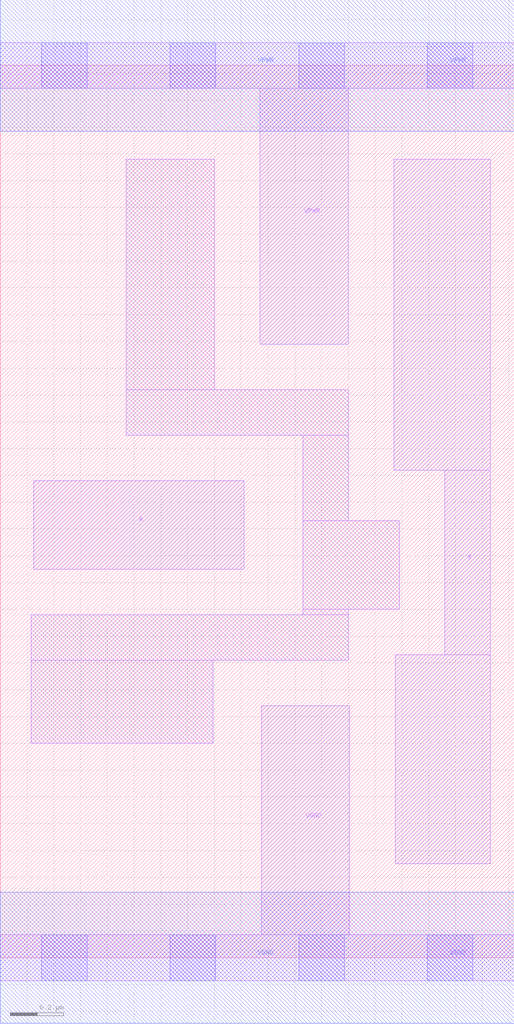
<source format=lef>
# Copyright 2020 The SkyWater PDK Authors
#
# Licensed under the Apache License, Version 2.0 (the "License");
# you may not use this file except in compliance with the License.
# You may obtain a copy of the License at
#
#     https://www.apache.org/licenses/LICENSE-2.0
#
# Unless required by applicable law or agreed to in writing, software
# distributed under the License is distributed on an "AS IS" BASIS,
# WITHOUT WARRANTIES OR CONDITIONS OF ANY KIND, either express or implied.
# See the License for the specific language governing permissions and
# limitations under the License.
#
# SPDX-License-Identifier: Apache-2.0

VERSION 5.7 ;
  NAMESCASESENSITIVE ON ;
  NOWIREEXTENSIONATPIN ON ;
  DIVIDERCHAR "/" ;
  BUSBITCHARS "[]" ;
UNITS
  DATABASE MICRONS 200 ;
END UNITS
MACRO sky130_fd_sc_ms__buf_1
  CLASS CORE ;
  SOURCE USER ;
  FOREIGN sky130_fd_sc_ms__buf_1 ;
  ORIGIN  0.000000  0.000000 ;
  SIZE  1.920000 BY  3.330000 ;
  SYMMETRY X Y ;
  SITE unit ;
  PIN A
    ANTENNAGATEAREA  0.233700 ;
    DIRECTION INPUT ;
    USE SIGNAL ;
    PORT
      LAYER li1 ;
        RECT 0.125000 1.450000 0.910000 1.780000 ;
    END
  END A
  PIN X
    ANTENNADIFFAREA  0.524500 ;
    DIRECTION OUTPUT ;
    USE SIGNAL ;
    PORT
      LAYER li1 ;
        RECT 1.470000 1.820000 1.830000 2.980000 ;
        RECT 1.475000 0.350000 1.830000 1.130000 ;
        RECT 1.660000 1.130000 1.830000 1.820000 ;
    END
  END X
  PIN VGND
    DIRECTION INOUT ;
    USE GROUND ;
    PORT
      LAYER li1 ;
        RECT 0.000000 -0.085000 1.920000 0.085000 ;
        RECT 0.975000  0.085000 1.305000 0.940000 ;
      LAYER mcon ;
        RECT 0.155000 -0.085000 0.325000 0.085000 ;
        RECT 0.635000 -0.085000 0.805000 0.085000 ;
        RECT 1.115000 -0.085000 1.285000 0.085000 ;
        RECT 1.595000 -0.085000 1.765000 0.085000 ;
      LAYER met1 ;
        RECT 0.000000 -0.245000 1.920000 0.245000 ;
    END
  END VGND
  PIN VPWR
    DIRECTION INOUT ;
    USE POWER ;
    PORT
      LAYER li1 ;
        RECT 0.000000 3.245000 1.920000 3.415000 ;
        RECT 0.970000 2.290000 1.300000 3.245000 ;
      LAYER mcon ;
        RECT 0.155000 3.245000 0.325000 3.415000 ;
        RECT 0.635000 3.245000 0.805000 3.415000 ;
        RECT 1.115000 3.245000 1.285000 3.415000 ;
        RECT 1.595000 3.245000 1.765000 3.415000 ;
      LAYER met1 ;
        RECT 0.000000 3.085000 1.920000 3.575000 ;
    END
  END VPWR
  OBS
    LAYER li1 ;
      RECT 0.115000 0.800000 0.795000 1.110000 ;
      RECT 0.115000 1.110000 1.300000 1.280000 ;
      RECT 0.470000 1.950000 1.300000 2.120000 ;
      RECT 0.470000 2.120000 0.800000 2.980000 ;
      RECT 1.130000 1.280000 1.300000 1.300000 ;
      RECT 1.130000 1.300000 1.490000 1.630000 ;
      RECT 1.130000 1.630000 1.300000 1.950000 ;
  END
END sky130_fd_sc_ms__buf_1

</source>
